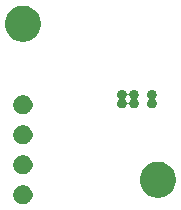
<source format=gbr>
G04 #@! TF.GenerationSoftware,KiCad,Pcbnew,(5.1.4)-1*
G04 #@! TF.CreationDate,2020-11-28T02:07:29-06:00*
G04 #@! TF.ProjectId,NO_Sensor_Breakout,4e4f5f53-656e-4736-9f72-5f427265616b,rev?*
G04 #@! TF.SameCoordinates,Original*
G04 #@! TF.FileFunction,Soldermask,Bot*
G04 #@! TF.FilePolarity,Negative*
%FSLAX46Y46*%
G04 Gerber Fmt 4.6, Leading zero omitted, Abs format (unit mm)*
G04 Created by KiCad (PCBNEW (5.1.4)-1) date 2020-11-28 02:07:29*
%MOMM*%
%LPD*%
G04 APERTURE LIST*
%ADD10C,0.100000*%
G04 APERTURE END LIST*
D10*
G36*
X161781142Y-90150242D02*
G01*
X161929101Y-90211529D01*
X162062255Y-90300499D01*
X162175501Y-90413745D01*
X162264471Y-90546899D01*
X162325758Y-90694858D01*
X162357000Y-90851925D01*
X162357000Y-91012075D01*
X162325758Y-91169142D01*
X162264471Y-91317101D01*
X162175501Y-91450255D01*
X162062255Y-91563501D01*
X161929101Y-91652471D01*
X161781142Y-91713758D01*
X161624075Y-91745000D01*
X161463925Y-91745000D01*
X161306858Y-91713758D01*
X161158899Y-91652471D01*
X161025745Y-91563501D01*
X160912499Y-91450255D01*
X160823529Y-91317101D01*
X160762242Y-91169142D01*
X160731000Y-91012075D01*
X160731000Y-90851925D01*
X160762242Y-90694858D01*
X160823529Y-90546899D01*
X160912499Y-90413745D01*
X161025745Y-90300499D01*
X161158899Y-90211529D01*
X161306858Y-90150242D01*
X161463925Y-90119000D01*
X161624075Y-90119000D01*
X161781142Y-90150242D01*
X161781142Y-90150242D01*
G37*
G36*
X173209873Y-88154857D02*
G01*
X173418593Y-88196374D01*
X173695979Y-88311271D01*
X173862784Y-88422727D01*
X173936639Y-88472075D01*
X173945621Y-88478077D01*
X174157923Y-88690379D01*
X174324729Y-88940021D01*
X174439626Y-89217407D01*
X174498200Y-89511879D01*
X174498200Y-89812121D01*
X174439626Y-90106593D01*
X174324729Y-90383979D01*
X174215869Y-90546899D01*
X174157924Y-90633620D01*
X173945620Y-90845924D01*
X173936637Y-90851926D01*
X173695979Y-91012729D01*
X173418593Y-91127626D01*
X173271357Y-91156913D01*
X173124122Y-91186200D01*
X172823878Y-91186200D01*
X172676643Y-91156913D01*
X172529407Y-91127626D01*
X172252021Y-91012729D01*
X172011363Y-90851926D01*
X172002380Y-90845924D01*
X171790076Y-90633620D01*
X171732131Y-90546899D01*
X171623271Y-90383979D01*
X171508374Y-90106593D01*
X171449800Y-89812121D01*
X171449800Y-89511879D01*
X171508374Y-89217407D01*
X171623271Y-88940021D01*
X171790077Y-88690379D01*
X172002379Y-88478077D01*
X172011362Y-88472075D01*
X172085216Y-88422727D01*
X172252021Y-88311271D01*
X172529407Y-88196374D01*
X172738127Y-88154857D01*
X172823878Y-88137800D01*
X173124122Y-88137800D01*
X173209873Y-88154857D01*
X173209873Y-88154857D01*
G37*
G36*
X161781142Y-87610242D02*
G01*
X161929101Y-87671529D01*
X162062255Y-87760499D01*
X162175501Y-87873745D01*
X162264471Y-88006899D01*
X162325758Y-88154858D01*
X162357000Y-88311925D01*
X162357000Y-88472075D01*
X162325758Y-88629142D01*
X162264471Y-88777101D01*
X162175501Y-88910255D01*
X162062255Y-89023501D01*
X161929101Y-89112471D01*
X161781142Y-89173758D01*
X161624075Y-89205000D01*
X161463925Y-89205000D01*
X161306858Y-89173758D01*
X161158899Y-89112471D01*
X161025745Y-89023501D01*
X160912499Y-88910255D01*
X160823529Y-88777101D01*
X160762242Y-88629142D01*
X160731000Y-88472075D01*
X160731000Y-88311925D01*
X160762242Y-88154858D01*
X160823529Y-88006899D01*
X160912499Y-87873745D01*
X161025745Y-87760499D01*
X161158899Y-87671529D01*
X161306858Y-87610242D01*
X161463925Y-87579000D01*
X161624075Y-87579000D01*
X161781142Y-87610242D01*
X161781142Y-87610242D01*
G37*
G36*
X161781142Y-85070242D02*
G01*
X161929101Y-85131529D01*
X162062255Y-85220499D01*
X162175501Y-85333745D01*
X162264471Y-85466899D01*
X162325758Y-85614858D01*
X162357000Y-85771925D01*
X162357000Y-85932075D01*
X162325758Y-86089142D01*
X162264471Y-86237101D01*
X162175501Y-86370255D01*
X162062255Y-86483501D01*
X161929101Y-86572471D01*
X161781142Y-86633758D01*
X161624075Y-86665000D01*
X161463925Y-86665000D01*
X161306858Y-86633758D01*
X161158899Y-86572471D01*
X161025745Y-86483501D01*
X160912499Y-86370255D01*
X160823529Y-86237101D01*
X160762242Y-86089142D01*
X160731000Y-85932075D01*
X160731000Y-85771925D01*
X160762242Y-85614858D01*
X160823529Y-85466899D01*
X160912499Y-85333745D01*
X161025745Y-85220499D01*
X161158899Y-85131529D01*
X161306858Y-85070242D01*
X161463925Y-85039000D01*
X161624075Y-85039000D01*
X161781142Y-85070242D01*
X161781142Y-85070242D01*
G37*
G36*
X161781142Y-82530242D02*
G01*
X161929101Y-82591529D01*
X162062255Y-82680499D01*
X162175501Y-82793745D01*
X162264471Y-82926899D01*
X162325758Y-83074858D01*
X162357000Y-83231925D01*
X162357000Y-83392075D01*
X162325758Y-83549142D01*
X162264471Y-83697101D01*
X162175501Y-83830255D01*
X162062255Y-83943501D01*
X161929101Y-84032471D01*
X161781142Y-84093758D01*
X161624075Y-84125000D01*
X161463925Y-84125000D01*
X161306858Y-84093758D01*
X161158899Y-84032471D01*
X161025745Y-83943501D01*
X160912499Y-83830255D01*
X160823529Y-83697101D01*
X160762242Y-83549142D01*
X160731000Y-83392075D01*
X160731000Y-83231925D01*
X160762242Y-83074858D01*
X160823529Y-82926899D01*
X160912499Y-82793745D01*
X161025745Y-82680499D01*
X161158899Y-82591529D01*
X161306858Y-82530242D01*
X161463925Y-82499000D01*
X161624075Y-82499000D01*
X161781142Y-82530242D01*
X161781142Y-82530242D01*
G37*
G36*
X170004231Y-82029705D02*
G01*
X170042967Y-82037410D01*
X170073195Y-82049931D01*
X170115944Y-82067638D01*
X170181622Y-82111523D01*
X170237477Y-82167378D01*
X170281362Y-82233056D01*
X170296665Y-82270001D01*
X170311590Y-82306033D01*
X170311590Y-82306034D01*
X170311956Y-82306918D01*
X170318516Y-82328543D01*
X170330068Y-82350154D01*
X170345613Y-82369095D01*
X170364555Y-82384641D01*
X170386166Y-82396191D01*
X170409615Y-82403304D01*
X170434001Y-82405706D01*
X170458387Y-82403304D01*
X170481836Y-82396191D01*
X170503447Y-82384639D01*
X170522388Y-82369094D01*
X170537934Y-82350152D01*
X170549484Y-82328541D01*
X170556044Y-82306918D01*
X170556410Y-82306034D01*
X170556410Y-82306033D01*
X170571335Y-82270001D01*
X170586638Y-82233056D01*
X170630523Y-82167378D01*
X170686378Y-82111523D01*
X170752056Y-82067638D01*
X170794805Y-82049931D01*
X170825033Y-82037410D01*
X170863769Y-82029705D01*
X170902504Y-82022000D01*
X170981496Y-82022000D01*
X171020231Y-82029705D01*
X171058967Y-82037410D01*
X171089195Y-82049931D01*
X171131944Y-82067638D01*
X171197622Y-82111523D01*
X171253477Y-82167378D01*
X171297362Y-82233056D01*
X171327590Y-82306034D01*
X171343000Y-82383504D01*
X171343000Y-82462496D01*
X171327590Y-82539966D01*
X171297362Y-82612944D01*
X171253477Y-82678622D01*
X171216487Y-82715612D01*
X171200942Y-82734554D01*
X171189391Y-82756165D01*
X171182278Y-82779614D01*
X171179876Y-82804000D01*
X171182278Y-82828386D01*
X171189391Y-82851835D01*
X171200942Y-82873446D01*
X171216487Y-82892388D01*
X171253477Y-82929378D01*
X171297362Y-82995056D01*
X171315069Y-83037805D01*
X171327590Y-83068033D01*
X171332067Y-83090541D01*
X171343000Y-83145504D01*
X171343000Y-83224496D01*
X171327590Y-83301966D01*
X171297362Y-83374944D01*
X171253477Y-83440622D01*
X171197622Y-83496477D01*
X171131944Y-83540362D01*
X171110744Y-83549143D01*
X171058967Y-83570590D01*
X171020231Y-83578295D01*
X170981496Y-83586000D01*
X170902504Y-83586000D01*
X170863769Y-83578295D01*
X170825033Y-83570590D01*
X170773256Y-83549143D01*
X170752056Y-83540362D01*
X170686378Y-83496477D01*
X170630523Y-83440622D01*
X170586638Y-83374944D01*
X170571335Y-83337999D01*
X170556410Y-83301967D01*
X170556409Y-83301964D01*
X170556044Y-83301082D01*
X170549484Y-83279457D01*
X170537932Y-83257846D01*
X170522387Y-83238905D01*
X170503445Y-83223359D01*
X170481834Y-83211809D01*
X170458385Y-83204696D01*
X170433999Y-83202294D01*
X170409613Y-83204696D01*
X170386164Y-83211809D01*
X170364553Y-83223361D01*
X170345612Y-83238906D01*
X170330066Y-83257848D01*
X170318516Y-83279459D01*
X170311956Y-83301082D01*
X170311591Y-83301964D01*
X170311590Y-83301967D01*
X170296665Y-83337999D01*
X170281362Y-83374944D01*
X170237477Y-83440622D01*
X170181622Y-83496477D01*
X170115944Y-83540362D01*
X170094744Y-83549143D01*
X170042967Y-83570590D01*
X170004231Y-83578295D01*
X169965496Y-83586000D01*
X169886504Y-83586000D01*
X169847769Y-83578295D01*
X169809033Y-83570590D01*
X169757256Y-83549143D01*
X169736056Y-83540362D01*
X169670378Y-83496477D01*
X169614523Y-83440622D01*
X169570638Y-83374944D01*
X169540410Y-83301966D01*
X169525000Y-83224496D01*
X169525000Y-83145504D01*
X169535933Y-83090541D01*
X169540410Y-83068033D01*
X169552931Y-83037805D01*
X169570638Y-82995056D01*
X169614523Y-82929378D01*
X169651513Y-82892388D01*
X169667058Y-82873446D01*
X169678609Y-82851835D01*
X169685722Y-82828386D01*
X169688124Y-82804000D01*
X170163876Y-82804000D01*
X170166278Y-82828386D01*
X170173391Y-82851835D01*
X170184942Y-82873446D01*
X170200487Y-82892388D01*
X170237477Y-82929378D01*
X170281362Y-82995056D01*
X170296665Y-83032001D01*
X170311590Y-83068033D01*
X170311590Y-83068034D01*
X170311956Y-83068918D01*
X170318516Y-83090543D01*
X170330068Y-83112154D01*
X170345613Y-83131095D01*
X170364555Y-83146641D01*
X170386166Y-83158191D01*
X170409615Y-83165304D01*
X170434001Y-83167706D01*
X170458387Y-83165304D01*
X170481836Y-83158191D01*
X170503447Y-83146639D01*
X170522388Y-83131094D01*
X170537934Y-83112152D01*
X170549484Y-83090541D01*
X170556044Y-83068918D01*
X170556410Y-83068034D01*
X170556410Y-83068033D01*
X170571335Y-83032001D01*
X170586638Y-82995056D01*
X170630523Y-82929378D01*
X170667513Y-82892388D01*
X170683058Y-82873446D01*
X170694609Y-82851835D01*
X170701722Y-82828386D01*
X170704124Y-82804000D01*
X170701722Y-82779614D01*
X170694609Y-82756165D01*
X170683058Y-82734554D01*
X170667513Y-82715612D01*
X170630523Y-82678622D01*
X170586638Y-82612944D01*
X170571335Y-82575999D01*
X170556410Y-82539967D01*
X170556409Y-82539964D01*
X170556044Y-82539082D01*
X170549484Y-82517457D01*
X170537932Y-82495846D01*
X170522387Y-82476905D01*
X170503445Y-82461359D01*
X170481834Y-82449809D01*
X170458385Y-82442696D01*
X170433999Y-82440294D01*
X170409613Y-82442696D01*
X170386164Y-82449809D01*
X170364553Y-82461361D01*
X170345612Y-82476906D01*
X170330066Y-82495848D01*
X170318516Y-82517459D01*
X170311956Y-82539082D01*
X170311591Y-82539964D01*
X170311590Y-82539967D01*
X170296665Y-82575999D01*
X170281362Y-82612944D01*
X170237477Y-82678622D01*
X170200487Y-82715612D01*
X170184942Y-82734554D01*
X170173391Y-82756165D01*
X170166278Y-82779614D01*
X170163876Y-82804000D01*
X169688124Y-82804000D01*
X169685722Y-82779614D01*
X169678609Y-82756165D01*
X169667058Y-82734554D01*
X169651513Y-82715612D01*
X169614523Y-82678622D01*
X169570638Y-82612944D01*
X169540410Y-82539966D01*
X169525000Y-82462496D01*
X169525000Y-82383504D01*
X169540410Y-82306034D01*
X169570638Y-82233056D01*
X169614523Y-82167378D01*
X169670378Y-82111523D01*
X169736056Y-82067638D01*
X169778805Y-82049931D01*
X169809033Y-82037410D01*
X169847769Y-82029705D01*
X169886504Y-82022000D01*
X169965496Y-82022000D01*
X170004231Y-82029705D01*
X170004231Y-82029705D01*
G37*
G36*
X172544231Y-82029705D02*
G01*
X172582967Y-82037410D01*
X172613195Y-82049931D01*
X172655944Y-82067638D01*
X172721622Y-82111523D01*
X172777477Y-82167378D01*
X172821362Y-82233056D01*
X172851590Y-82306034D01*
X172867000Y-82383504D01*
X172867000Y-82462496D01*
X172851590Y-82539966D01*
X172821362Y-82612944D01*
X172777477Y-82678622D01*
X172740487Y-82715612D01*
X172724942Y-82734554D01*
X172713391Y-82756165D01*
X172706278Y-82779614D01*
X172703876Y-82804000D01*
X172706278Y-82828386D01*
X172713391Y-82851835D01*
X172724942Y-82873446D01*
X172740487Y-82892388D01*
X172777477Y-82929378D01*
X172821362Y-82995056D01*
X172839069Y-83037805D01*
X172851590Y-83068033D01*
X172856067Y-83090541D01*
X172867000Y-83145504D01*
X172867000Y-83224496D01*
X172851590Y-83301966D01*
X172821362Y-83374944D01*
X172777477Y-83440622D01*
X172721622Y-83496477D01*
X172655944Y-83540362D01*
X172634744Y-83549143D01*
X172582967Y-83570590D01*
X172544231Y-83578295D01*
X172505496Y-83586000D01*
X172426504Y-83586000D01*
X172387769Y-83578295D01*
X172349033Y-83570590D01*
X172297256Y-83549143D01*
X172276056Y-83540362D01*
X172210378Y-83496477D01*
X172154523Y-83440622D01*
X172110638Y-83374944D01*
X172080410Y-83301966D01*
X172065000Y-83224496D01*
X172065000Y-83145504D01*
X172075933Y-83090541D01*
X172080410Y-83068033D01*
X172092931Y-83037805D01*
X172110638Y-82995056D01*
X172154523Y-82929378D01*
X172191513Y-82892388D01*
X172207058Y-82873446D01*
X172218609Y-82851835D01*
X172225722Y-82828386D01*
X172228124Y-82804000D01*
X172225722Y-82779614D01*
X172218609Y-82756165D01*
X172207058Y-82734554D01*
X172191513Y-82715612D01*
X172154523Y-82678622D01*
X172110638Y-82612944D01*
X172080410Y-82539966D01*
X172065000Y-82462496D01*
X172065000Y-82383504D01*
X172080410Y-82306034D01*
X172110638Y-82233056D01*
X172154523Y-82167378D01*
X172210378Y-82111523D01*
X172276056Y-82067638D01*
X172318805Y-82049931D01*
X172349033Y-82037410D01*
X172387769Y-82029705D01*
X172426504Y-82022000D01*
X172505496Y-82022000D01*
X172544231Y-82029705D01*
X172544231Y-82029705D01*
G37*
G36*
X161841357Y-74959087D02*
G01*
X161988593Y-74988374D01*
X162265979Y-75103271D01*
X162515621Y-75270077D01*
X162727923Y-75482379D01*
X162894729Y-75732021D01*
X163009626Y-76009407D01*
X163068200Y-76303879D01*
X163068200Y-76604121D01*
X163009626Y-76898593D01*
X162894729Y-77175979D01*
X162727923Y-77425621D01*
X162515621Y-77637923D01*
X162265979Y-77804729D01*
X161988593Y-77919626D01*
X161841357Y-77948913D01*
X161694122Y-77978200D01*
X161393878Y-77978200D01*
X161246643Y-77948913D01*
X161099407Y-77919626D01*
X160822021Y-77804729D01*
X160572379Y-77637923D01*
X160360077Y-77425621D01*
X160193271Y-77175979D01*
X160078374Y-76898593D01*
X160019800Y-76604121D01*
X160019800Y-76303879D01*
X160078374Y-76009407D01*
X160193271Y-75732021D01*
X160360077Y-75482379D01*
X160572379Y-75270077D01*
X160822021Y-75103271D01*
X161099407Y-74988374D01*
X161246643Y-74959087D01*
X161393878Y-74929800D01*
X161694122Y-74929800D01*
X161841357Y-74959087D01*
X161841357Y-74959087D01*
G37*
M02*

</source>
